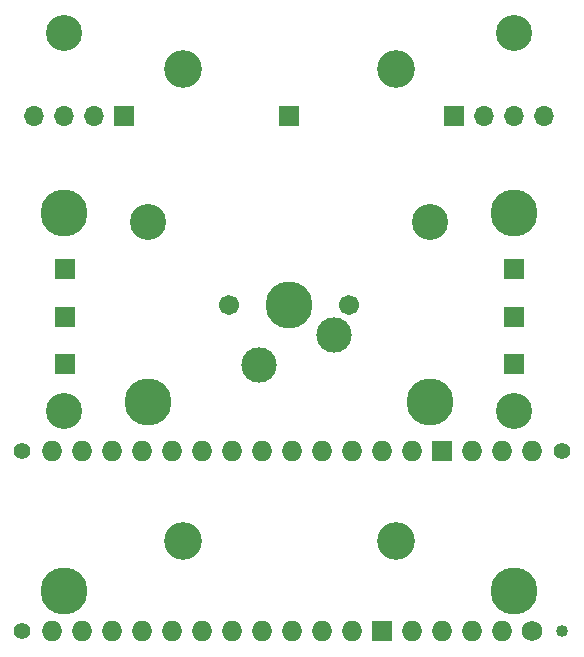
<source format=gbr>
%TF.GenerationSoftware,KiCad,Pcbnew,8.0.8*%
%TF.CreationDate,2025-02-27T04:46:11-05:00*%
%TF.ProjectId,modular_sdvx_pcb,6d6f6475-6c61-4725-9f73-6476785f7063,rev?*%
%TF.SameCoordinates,Original*%
%TF.FileFunction,Soldermask,Top*%
%TF.FilePolarity,Negative*%
%FSLAX46Y46*%
G04 Gerber Fmt 4.6, Leading zero omitted, Abs format (unit mm)*
G04 Created by KiCad (PCBNEW 8.0.8) date 2025-02-27 04:46:11*
%MOMM*%
%LPD*%
G01*
G04 APERTURE LIST*
%ADD10C,3.200000*%
%ADD11O,1.700000X1.700000*%
%ADD12R,1.700000X1.700000*%
%ADD13C,1.701800*%
%ADD14C,3.000000*%
%ADD15C,3.987800*%
%ADD16C,3.048000*%
%ADD17O,1.727200X1.727200*%
%ADD18C,1.727200*%
%ADD19R,1.727200X1.727200*%
%ADD20C,1.016000*%
%ADD21C,1.400000*%
G04 APERTURE END LIST*
D10*
%TO.C,REF\u002A\u002A*%
X-9000000Y-20000000D03*
%TD*%
%TO.C,REF\u002A\u002A*%
X9000000Y20000000D03*
%TD*%
%TO.C,REF\u002A\u002A*%
X-9000000Y20000000D03*
%TD*%
D11*
%TO.C,ENC_R1*%
X21540000Y16000000D03*
X19000000Y16000000D03*
X16460000Y16000000D03*
D12*
X13920000Y16000000D03*
%TD*%
D11*
%TO.C,ENC_L1*%
X-21620000Y16000000D03*
X-19080000Y16000000D03*
X-16540000Y16000000D03*
D12*
X-14000000Y16000000D03*
%TD*%
D13*
%TO.C,Key1*%
X5080000Y0D03*
D14*
X3810000Y-2540000D03*
D15*
X0Y0D03*
D14*
X-2540000Y-5080000D03*
D13*
X-5080000Y0D03*
%TD*%
D15*
%TO.C,REF\u002A\u002A*%
X19050000Y-24225000D03*
D16*
X19050000Y-9015000D03*
D15*
X-19050000Y-24225000D03*
D16*
X-19050000Y-9015000D03*
%TD*%
D12*
%TO.C,SW_D_in1*%
X-19000000Y3000000D03*
%TD*%
%TO.C,SW_B_in1*%
X19000000Y-1000000D03*
%TD*%
D15*
%TO.C,REF\u002A\u002A*%
X11938000Y-8225000D03*
D16*
X11938000Y6985000D03*
D15*
X-11938000Y-8225000D03*
D16*
X-11938000Y6985000D03*
%TD*%
D12*
%TO.C,SW_C_in1*%
X19000000Y3000000D03*
%TD*%
%TO.C,SW_L_in1*%
X-19000000Y-1000000D03*
%TD*%
%TO.C,SW_R_in1*%
X-19000000Y-5000000D03*
%TD*%
%TO.C,SW_OUT1*%
X0Y16000000D03*
%TD*%
D15*
%TO.C,REF\u002A\u002A*%
X19050000Y7775000D03*
D16*
X19050000Y22985000D03*
D15*
X-19050000Y7775000D03*
D16*
X-19050000Y22985000D03*
%TD*%
D12*
%TO.C,SW_A_in1*%
X19000000Y-5000000D03*
%TD*%
D17*
%TO.C,A1*%
X15480000Y-12380000D03*
X18020000Y-27620000D03*
X20560000Y-12380000D03*
X10400000Y-27620000D03*
X10400000Y-12380000D03*
D18*
X20560000Y-27620000D03*
D17*
X18020000Y-12380000D03*
D19*
X7860000Y-27620000D03*
X12940000Y-12380000D03*
D17*
X-20080000Y-12380000D03*
X-20080000Y-27620000D03*
X-17540000Y-27620000D03*
X-15000000Y-27620000D03*
X-12460000Y-27620000D03*
X-9920000Y-27620000D03*
X-7380000Y-27620000D03*
X-4840000Y-27620000D03*
X-2300000Y-27620000D03*
X240000Y-27620000D03*
X2780000Y-27620000D03*
X5320000Y-27620000D03*
X15480000Y-27620000D03*
X12940000Y-27620000D03*
X-15000000Y-12380000D03*
X240000Y-12380000D03*
X-2300000Y-12380000D03*
X-4840000Y-12380000D03*
X-7380000Y-12380000D03*
X-9920000Y-12380000D03*
X-12460000Y-12380000D03*
X7860000Y-12380000D03*
X-17540000Y-12380000D03*
D20*
X23100000Y-27620000D03*
D21*
X23100000Y-12380000D03*
D17*
X5320000Y-12380000D03*
X2780000Y-12380000D03*
D21*
X-22620000Y-27620000D03*
X-22620000Y-12380000D03*
%TD*%
D10*
%TO.C,REF\u002A\u002A*%
X9000000Y-20000000D03*
%TD*%
M02*

</source>
